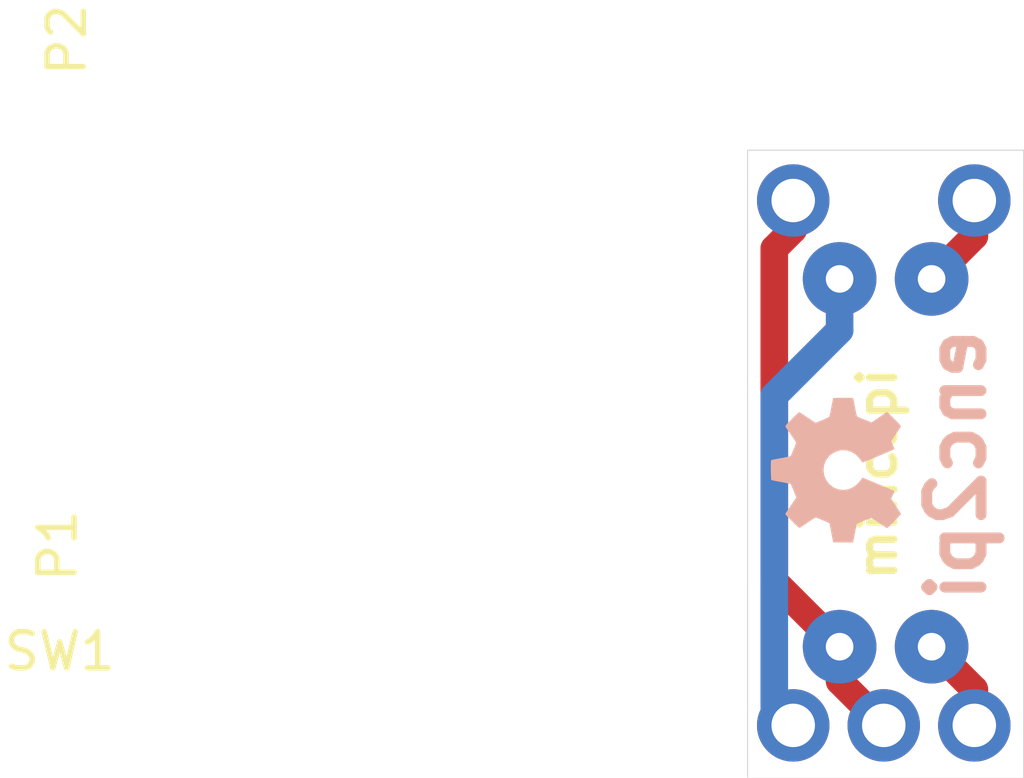
<source format=kicad_pcb>
(kicad_pcb (version 20171130) (host pcbnew 5.0.2+dfsg1-1)

  (general
    (thickness 1.6)
    (drawings 6)
    (tracks 15)
    (zones 0)
    (modules 4)
    (nets 5)
  )

  (page A4)
  (layers
    (0 F.Cu signal)
    (31 B.Cu signal)
    (32 B.Adhes user)
    (33 F.Adhes user)
    (34 B.Paste user hide)
    (35 F.Paste user hide)
    (36 B.SilkS user)
    (37 F.SilkS user)
    (38 B.Mask user)
    (39 F.Mask user)
    (40 Dwgs.User user hide)
    (41 Cmts.User user hide)
    (42 Eco1.User user hide)
    (43 Eco2.User user hide)
    (44 Edge.Cuts user)
    (45 Margin user hide)
    (46 B.CrtYd user hide)
    (47 F.CrtYd user hide)
    (48 B.Fab user)
    (49 F.Fab user hide)
  )

  (setup
    (last_trace_width 0.25)
    (user_trace_width 0.508)
    (user_trace_width 0.762)
    (trace_clearance 0.2)
    (zone_clearance 0.508)
    (zone_45_only no)
    (trace_min 0.2)
    (segment_width 0.2)
    (edge_width 0.15)
    (via_size 0.6)
    (via_drill 0.4)
    (via_min_size 0.4)
    (via_min_drill 0.3)
    (uvia_size 0.3)
    (uvia_drill 0.1)
    (uvias_allowed no)
    (uvia_min_size 0)
    (uvia_min_drill 0)
    (pcb_text_width 0.3)
    (pcb_text_size 1.5 1.5)
    (mod_edge_width 0.15)
    (mod_text_size 1 1)
    (mod_text_width 0.15)
    (pad_size 2.032 2.032)
    (pad_drill 0.762)
    (pad_to_mask_clearance 0.0254)
    (solder_mask_min_width 0.25)
    (aux_axis_origin 0 0)
    (visible_elements 7FFFEFFF)
    (pcbplotparams
      (layerselection 0x00030_80000001)
      (usegerberextensions false)
      (usegerberattributes false)
      (usegerberadvancedattributes false)
      (creategerberjobfile false)
      (excludeedgelayer true)
      (linewidth 0.100000)
      (plotframeref false)
      (viasonmask false)
      (mode 1)
      (useauxorigin false)
      (hpglpennumber 1)
      (hpglpenspeed 20)
      (hpglpendiameter 15.000000)
      (psnegative false)
      (psa4output false)
      (plotreference true)
      (plotvalue true)
      (plotinvisibletext false)
      (padsonsilk false)
      (subtractmaskfromsilk false)
      (outputformat 1)
      (mirror false)
      (drillshape 1)
      (scaleselection 1)
      (outputdirectory ""))
  )

  (net 0 "")
  (net 1 "Net-(P1-Pad1)")
  (net 2 "Net-(P1-Pad2)")
  (net 3 "Net-(P2-Pad1)")
  (net 4 "Net-(P2-Pad2)")

  (net_class Default "This is the default net class."
    (clearance 0.2)
    (trace_width 0.25)
    (via_dia 0.6)
    (via_drill 0.4)
    (uvia_dia 0.3)
    (uvia_drill 0.1)
    (add_net "Net-(P1-Pad1)")
    (add_net "Net-(P1-Pad2)")
    (add_net "Net-(P2-Pad1)")
    (add_net "Net-(P2-Pad2)")
  )

  (module encoder:Potentiometer_Trimmer-EVM3S_R (layer F.Cu) (tedit 5BFA3248) (tstamp 5BFA234B)
    (at 148.5392 106.934)
    (descr http://www.comkey.in/sites/default/files/attachments/EVM3ESX50B15.pdf)
    (tags "trimmer SMD")
    (path /5BFA1E06)
    (attr smd)
    (fp_text reference SW1 (at -22.75 4.956) (layer F.SilkS)
      (effects (font (size 1 1) (thickness 0.15)))
    )
    (fp_text value Rotary_Encoder_Switch (at -20.066 -9.652) (layer F.Fab)
      (effects (font (size 1 1) (thickness 0.15)))
    )
    (fp_line (start 2.05 2.55) (end -2.05 2.55) (layer F.CrtYd) (width 0.05))
    (fp_line (start 2.05 -2.55) (end 2.05 2.55) (layer F.CrtYd) (width 0.05))
    (fp_line (start -2.05 -2.55) (end 2.05 -2.55) (layer F.CrtYd) (width 0.05))
    (fp_line (start -2.05 2.55) (end -2.05 -2.55) (layer F.CrtYd) (width 0.05))
    (fp_line (start -0.25 -0.25) (end -0.25 -1) (layer F.Fab) (width 0.05))
    (fp_line (start -1 -0.25) (end -0.25 -0.25) (layer F.Fab) (width 0.05))
    (fp_line (start -1 0.25) (end -1 -0.25) (layer F.Fab) (width 0.05))
    (fp_line (start -0.25 0.25) (end -1 0.25) (layer F.Fab) (width 0.05))
    (fp_line (start -0.25 1) (end -0.25 0.25) (layer F.Fab) (width 0.05))
    (fp_line (start 0.25 1) (end -0.25 1) (layer F.Fab) (width 0.05))
    (fp_line (start 0.25 0.25) (end 0.25 1) (layer F.Fab) (width 0.05))
    (fp_line (start 1 0.25) (end 0.25 0.25) (layer F.Fab) (width 0.05))
    (fp_line (start 1 -0.25) (end 1 0.25) (layer F.Fab) (width 0.05))
    (fp_line (start 0.25 -0.25) (end 1 -0.25) (layer F.Fab) (width 0.05))
    (fp_line (start 0.25 -1) (end 0.25 -0.25) (layer F.Fab) (width 0.05))
    (fp_line (start -0.25 -1) (end 0.25 -1) (layer F.Fab) (width 0.05))
    (fp_line (start -1.55 1.7) (end -1.55 -1.55) (layer F.Fab) (width 0.05))
    (fp_line (start 1.55 1.7) (end -1.55 1.7) (layer F.Fab) (width 0.05))
    (fp_line (start 1.55 -1.55) (end 1.55 1.7) (layer F.Fab) (width 0.05))
    (fp_line (start -1.55 -1.55) (end 1.55 -1.55) (layer F.Fab) (width 0.05))
    (fp_circle (center 0 0) (end 0 -0.25) (layer F.Fab) (width 0.05))
    (fp_circle (center 0 0) (end 0 -1.2) (layer F.Fab) (width 0.05))
    (fp_circle (center 0 0) (end 0 -1.55) (layer F.Fab) (width 0.05))
    (pad 4 thru_hole circle (at -2.5 -7.5) (size 2 2) (drill 1.2) (layers *.Cu *.Mask)
      (net 1 "Net-(P1-Pad1)"))
    (pad 5 thru_hole circle (at 2.5 -7.5) (size 2 2) (drill 1.2) (layers *.Cu *.Mask)
      (net 4 "Net-(P2-Pad2)"))
    (pad 1 thru_hole circle (at -2.5 7) (size 2 2) (drill 1.2) (layers *.Cu *.Mask)
      (net 3 "Net-(P2-Pad1)"))
    (pad 3 thru_hole circle (at 2.5 7) (size 2 2) (drill 1.2) (layers *.Cu *.Mask)
      (net 2 "Net-(P1-Pad2)"))
    (pad 2 thru_hole circle (at 0 7) (size 2 2) (drill 1.2) (layers *.Cu *.Mask)
      (net 1 "Net-(P1-Pad1)"))
  )

  (module Pin_Headers:Pin_Header_Straight_1x02 (layer F.Cu) (tedit 5E23B940) (tstamp 5BFA20EA)
    (at 147.32 111.76 90)
    (descr "Through hole pin header")
    (tags "pin header")
    (path /5BFA1E73)
    (fp_text reference P1 (at 2.794 -21.59 90) (layer F.SilkS)
      (effects (font (size 1 1) (thickness 0.15)))
    )
    (fp_text value CONN_01X02 (at -0.508 -24.384 90) (layer F.Fab)
      (effects (font (size 1 1) (thickness 0.15)))
    )
    (fp_line (start -1.75 -1.75) (end -1.75 4.3) (layer F.CrtYd) (width 0.05))
    (fp_line (start 1.75 -1.75) (end 1.75 4.3) (layer F.CrtYd) (width 0.05))
    (fp_line (start -1.75 4.3) (end 1.75 4.3) (layer F.CrtYd) (width 0.05))
    (pad 1 thru_hole circle (at 0 0 90) (size 2.032 2.032) (drill 0.762) (layers *.Cu *.Mask)
      (net 1 "Net-(P1-Pad1)"))
    (pad 2 thru_hole oval (at 0 2.54 90) (size 2.032 2.032) (drill 0.762) (layers *.Cu *.Mask)
      (net 2 "Net-(P1-Pad2)"))
    (model Pin_Headers.3dshapes/Pin_Header_Straight_1x02.wrl
      (offset (xyz 0 -1.269999980926514 0))
      (scale (xyz 1 1 1))
      (rotate (xyz 0 0 90))
    )
  )

  (module Pin_Headers:Pin_Header_Straight_1x02 (layer F.Cu) (tedit 5E23B932) (tstamp 5BFA20F0)
    (at 147.32 101.6 90)
    (descr "Through hole pin header")
    (tags "pin header")
    (path /5BFA1ED8)
    (fp_text reference P2 (at 6.604 -21.336 90) (layer F.SilkS)
      (effects (font (size 1 1) (thickness 0.15)))
    )
    (fp_text value CONN_01X02 (at 0.762 -22.098 90) (layer F.Fab)
      (effects (font (size 1 1) (thickness 0.15)))
    )
    (fp_line (start -1.75 -1.75) (end -1.75 4.3) (layer F.CrtYd) (width 0.05))
    (fp_line (start 1.75 -1.75) (end 1.75 4.3) (layer F.CrtYd) (width 0.05))
    (fp_line (start -1.75 -1.75) (end 1.75 -1.75) (layer F.CrtYd) (width 0.05))
    (fp_line (start -1.75 4.3) (end 1.75 4.3) (layer F.CrtYd) (width 0.05))
    (pad 1 thru_hole circle (at 0 0 90) (size 2.032 2.032) (drill 0.762) (layers *.Cu *.Mask)
      (net 3 "Net-(P2-Pad1)"))
    (pad 2 thru_hole oval (at 0 2.54 90) (size 2.032 2.032) (drill 0.762) (layers *.Cu *.Mask)
      (net 4 "Net-(P2-Pad2)"))
    (model Pin_Headers.3dshapes/Pin_Header_Straight_1x02.wrl
      (offset (xyz 0 -1.269999980926514 0))
      (scale (xyz 1 1 1))
      (rotate (xyz 0 0 90))
    )
  )

  (module osh-logo:osh-logo_silkscreen-back_4mm (layer B.Cu) (tedit 0) (tstamp 5BFA369E)
    (at 147.2184 106.8832 270)
    (fp_text reference G*** (at 0 -2.1209 270) (layer B.SilkS) hide
      (effects (font (size 0.18034 0.18034) (thickness 0.03556)) (justify mirror))
    )
    (fp_text value osh-logo_silkscreen-back_4mm (at 0 2.1209 270) (layer B.SilkS) hide
      (effects (font (size 0.18034 0.18034) (thickness 0.03556)) (justify mirror))
    )
    (fp_poly (pts (xy 1.21158 -1.79578) (xy 1.19126 -1.78562) (xy 1.143 -1.75514) (xy 1.07696 -1.71196)
      (xy 0.99822 -1.65862) (xy 0.91948 -1.60528) (xy 0.85344 -1.5621) (xy 0.80772 -1.53162)
      (xy 0.78994 -1.52146) (xy 0.77978 -1.524) (xy 0.74168 -1.54432) (xy 0.6858 -1.57226)
      (xy 0.65532 -1.5875) (xy 0.60452 -1.61036) (xy 0.57912 -1.61544) (xy 0.57658 -1.60782)
      (xy 0.55626 -1.56972) (xy 0.52832 -1.50368) (xy 0.49022 -1.41732) (xy 0.44704 -1.31572)
      (xy 0.40132 -1.2065) (xy 0.3556 -1.09474) (xy 0.30988 -0.98806) (xy 0.27178 -0.89154)
      (xy 0.23876 -0.81534) (xy 0.21844 -0.75946) (xy 0.21082 -0.7366) (xy 0.21336 -0.73152)
      (xy 0.23876 -0.70866) (xy 0.28194 -0.67564) (xy 0.37846 -0.5969) (xy 0.4699 -0.48006)
      (xy 0.52832 -0.34798) (xy 0.5461 -0.20066) (xy 0.53086 -0.06604) (xy 0.47752 0.0635)
      (xy 0.38608 0.18288) (xy 0.27432 0.26924) (xy 0.14478 0.32512) (xy 0 0.3429)
      (xy -0.1397 0.32766) (xy -0.27178 0.27432) (xy -0.39116 0.18542) (xy -0.43942 0.127)
      (xy -0.508 0.00762) (xy -0.54864 -0.11938) (xy -0.55118 -0.14986) (xy -0.5461 -0.2921)
      (xy -0.50546 -0.42672) (xy -0.4318 -0.5461) (xy -0.32766 -0.64516) (xy -0.31496 -0.65532)
      (xy -0.2667 -0.69088) (xy -0.23622 -0.71374) (xy -0.21082 -0.73406) (xy -0.38862 -1.16586)
      (xy -0.41656 -1.23444) (xy -0.46736 -1.35128) (xy -0.51054 -1.45288) (xy -0.54356 -1.53416)
      (xy -0.56896 -1.5875) (xy -0.57912 -1.61036) (xy -0.59436 -1.6129) (xy -0.62738 -1.6002)
      (xy -0.68834 -1.57226) (xy -0.72898 -1.55194) (xy -0.7747 -1.52908) (xy -0.79502 -1.52146)
      (xy -0.8128 -1.53162) (xy -0.85598 -1.55956) (xy -0.91948 -1.60274) (xy -0.99568 -1.65354)
      (xy -1.06934 -1.70434) (xy -1.13792 -1.75006) (xy -1.18618 -1.78054) (xy -1.21158 -1.79324)
      (xy -1.21412 -1.79324) (xy -1.23444 -1.78054) (xy -1.27508 -1.75006) (xy -1.3335 -1.69418)
      (xy -1.41478 -1.6129) (xy -1.42748 -1.6002) (xy -1.49606 -1.52908) (xy -1.55194 -1.47066)
      (xy -1.59004 -1.43002) (xy -1.60274 -1.41224) (xy -1.59004 -1.38684) (xy -1.55956 -1.33858)
      (xy -1.51384 -1.27) (xy -1.4605 -1.19126) (xy -1.31826 -0.98298) (xy -1.397 -0.7874)
      (xy -1.41986 -0.72898) (xy -1.45034 -0.65532) (xy -1.4732 -0.60452) (xy -1.4859 -0.58166)
      (xy -1.50622 -0.57404) (xy -1.55956 -0.56134) (xy -1.6383 -0.54356) (xy -1.72974 -0.52832)
      (xy -1.81864 -0.51054) (xy -1.89738 -0.4953) (xy -1.9558 -0.48514) (xy -1.9812 -0.48006)
      (xy -1.98628 -0.47498) (xy -1.99136 -0.46228) (xy -1.99644 -0.43688) (xy -1.99644 -0.38862)
      (xy -1.99898 -0.31242) (xy -1.99898 -0.20066) (xy -1.99898 -0.1905) (xy -1.99644 -0.08382)
      (xy -1.99644 0) (xy -1.9939 0.05334) (xy -1.98882 0.07366) (xy -1.96342 0.08128)
      (xy -1.90754 0.09144) (xy -1.8288 0.10922) (xy -1.73228 0.127) (xy -1.7272 0.127)
      (xy -1.63322 0.14478) (xy -1.55448 0.16256) (xy -1.4986 0.17526) (xy -1.47574 0.18288)
      (xy -1.47066 0.18796) (xy -1.45034 0.22606) (xy -1.4224 0.28448) (xy -1.39192 0.3556)
      (xy -1.36144 0.42926) (xy -1.3335 0.49784) (xy -1.31572 0.5461) (xy -1.31064 0.56896)
      (xy -1.32588 0.59182) (xy -1.3589 0.64262) (xy -1.40462 0.70866) (xy -1.4605 0.78994)
      (xy -1.46304 0.79756) (xy -1.51892 0.8763) (xy -1.5621 0.94488) (xy -1.59258 0.99314)
      (xy -1.60274 1.01346) (xy -1.60274 1.016) (xy -1.58496 1.03886) (xy -1.54432 1.08458)
      (xy -1.4859 1.14554) (xy -1.41478 1.21666) (xy -1.39192 1.23698) (xy -1.31572 1.31318)
      (xy -1.26238 1.36398) (xy -1.22682 1.38938) (xy -1.21158 1.397) (xy -1.21158 1.39446)
      (xy -1.18618 1.38176) (xy -1.13538 1.34874) (xy -1.0668 1.30048) (xy -0.98552 1.24714)
      (xy -0.98044 1.24206) (xy -0.9017 1.18872) (xy -0.83566 1.143) (xy -0.7874 1.11252)
      (xy -0.76708 1.09982) (xy -0.762 1.09982) (xy -0.73152 1.10998) (xy -0.6731 1.12776)
      (xy -0.60452 1.1557) (xy -0.53086 1.18618) (xy -0.46228 1.21412) (xy -0.41148 1.23698)
      (xy -0.38862 1.24968) (xy -0.38862 1.25222) (xy -0.37846 1.28016) (xy -0.36576 1.34112)
      (xy -0.34798 1.4224) (xy -0.3302 1.52146) (xy -0.32766 1.5367) (xy -0.30988 1.63068)
      (xy -0.29464 1.70942) (xy -0.28194 1.7653) (xy -0.27686 1.78816) (xy -0.26416 1.7907)
      (xy -0.2159 1.79324) (xy -0.14478 1.79578) (xy -0.05842 1.79578) (xy 0.03048 1.79578)
      (xy 0.11684 1.79324) (xy 0.19304 1.7907) (xy 0.24638 1.78816) (xy 0.26924 1.78308)
      (xy 0.27178 1.78054) (xy 0.2794 1.7526) (xy 0.2921 1.69164) (xy 0.30988 1.61036)
      (xy 0.32766 1.5113) (xy 0.3302 1.49352) (xy 0.34798 1.39954) (xy 0.36576 1.3208)
      (xy 0.37592 1.26746) (xy 0.38354 1.24714) (xy 0.39116 1.24206) (xy 0.42926 1.22428)
      (xy 0.49276 1.19888) (xy 0.57404 1.16586) (xy 0.75692 1.0922) (xy 0.98044 1.24714)
      (xy 1.00076 1.25984) (xy 1.08204 1.31572) (xy 1.14808 1.3589) (xy 1.1938 1.38938)
      (xy 1.21412 1.39954) (xy 1.23698 1.37922) (xy 1.2827 1.33858) (xy 1.34366 1.27762)
      (xy 1.41224 1.20904) (xy 1.46558 1.1557) (xy 1.52654 1.0922) (xy 1.56718 1.05156)
      (xy 1.5875 1.02362) (xy 1.59512 1.00584) (xy 1.59258 0.99568) (xy 1.57988 0.97282)
      (xy 1.54686 0.92456) (xy 1.50114 0.85598) (xy 1.44526 0.77724) (xy 1.39954 0.70866)
      (xy 1.35128 0.635) (xy 1.3208 0.58166) (xy 1.3081 0.55372) (xy 1.31064 0.54356)
      (xy 1.32842 0.50038) (xy 1.35382 0.4318) (xy 1.38684 0.35306) (xy 1.46558 0.17526)
      (xy 1.58242 0.15494) (xy 1.65354 0.1397) (xy 1.7526 0.12192) (xy 1.84658 0.10414)
      (xy 1.9939 0.07366) (xy 1.99898 -0.46482) (xy 1.97612 -0.47498) (xy 1.95326 -0.4826)
      (xy 1.89992 -0.49276) (xy 1.82118 -0.508) (xy 1.72974 -0.52578) (xy 1.651 -0.54102)
      (xy 1.57226 -0.55626) (xy 1.51638 -0.56642) (xy 1.49098 -0.5715) (xy 1.48336 -0.58166)
      (xy 1.46304 -0.61976) (xy 1.4351 -0.68072) (xy 1.40462 -0.75438) (xy 1.37414 -0.82804)
      (xy 1.3462 -0.89916) (xy 1.32588 -0.9525) (xy 1.31826 -0.98044) (xy 1.32842 -1.00076)
      (xy 1.3589 -1.04648) (xy 1.40208 -1.11252) (xy 1.45542 -1.19126) (xy 1.5113 -1.27)
      (xy 1.55448 -1.33858) (xy 1.5875 -1.38684) (xy 1.6002 -1.40716) (xy 1.59258 -1.4224)
      (xy 1.5621 -1.4605) (xy 1.50368 -1.52146) (xy 1.41478 -1.61036) (xy 1.39954 -1.62306)
      (xy 1.33096 -1.69164) (xy 1.27 -1.74498) (xy 1.22936 -1.78308) (xy 1.21158 -1.79578)) (layer B.SilkS) (width 0.00254))
  )

  (gr_text enc2pi (at 150.5458 106.7562 90) (layer B.SilkS)
    (effects (font (size 1.5 1.5) (thickness 0.3)) (justify mirror))
  )
  (gr_text mincepi (at 148.3614 106.9848 90) (layer F.SilkS)
    (effects (font (size 1 1) (thickness 0.2)))
  )
  (gr_line (start 144.78 98.044) (end 144.78 115.3922) (angle 90) (layer Edge.Cuts) (width 0.0254))
  (gr_line (start 152.4 98.044) (end 144.78 98.044) (angle 90) (layer Edge.Cuts) (width 0.0254))
  (gr_line (start 152.4 115.3922) (end 152.4 98.044) (angle 90) (layer Edge.Cuts) (width 0.0254))
  (gr_line (start 144.78 115.3922) (end 152.4 115.3922) (angle 90) (layer Edge.Cuts) (width 0.0254))

  (segment (start 146.0392 99.434) (end 146.0392 100.2392) (width 0.762) (layer F.Cu) (net 1))
  (segment (start 146.0392 100.2392) (end 145.5166 100.7618) (width 0.762) (layer F.Cu) (net 1) (tstamp 5BFA35B7))
  (segment (start 145.5166 100.7618) (end 145.5166 109.9566) (width 0.762) (layer F.Cu) (net 1) (tstamp 5BFA35BC))
  (segment (start 145.5166 109.9566) (end 147.32 111.76) (width 0.762) (layer F.Cu) (net 1) (tstamp 5BFA35C9))
  (segment (start 147.32 111.76) (end 147.32 112.7148) (width 0.762) (layer F.Cu) (net 1))
  (segment (start 147.32 112.7148) (end 148.5392 113.934) (width 0.762) (layer F.Cu) (net 1) (tstamp 5BFA35A4))
  (segment (start 147.32 111.76) (end 147.32 111.887) (width 0.508) (layer F.Cu) (net 1))
  (segment (start 151.0392 113.934) (end 151.0392 112.9392) (width 0.762) (layer F.Cu) (net 2))
  (segment (start 151.0392 112.9392) (end 149.86 111.76) (width 0.762) (layer F.Cu) (net 2) (tstamp 5BFA3492))
  (segment (start 147.32 101.6) (end 147.32 103.0224) (width 0.762) (layer B.Cu) (net 3))
  (segment (start 145.5166 104.8258) (end 145.5166 113.4114) (width 0.762) (layer B.Cu) (net 3) (tstamp 5BFA35D8))
  (segment (start 147.32 103.0224) (end 145.5166 104.8258) (width 0.762) (layer B.Cu) (net 3) (tstamp 5BFA35D3))
  (segment (start 145.5166 113.4114) (end 146.0392 113.934) (width 0.762) (layer B.Cu) (net 3) (tstamp 5BFA35DD))
  (segment (start 151.0392 99.434) (end 151.0392 100.4208) (width 0.762) (layer F.Cu) (net 4))
  (segment (start 151.0392 100.4208) (end 149.86 101.6) (width 0.762) (layer F.Cu) (net 4) (tstamp 5BFA3572))

)

</source>
